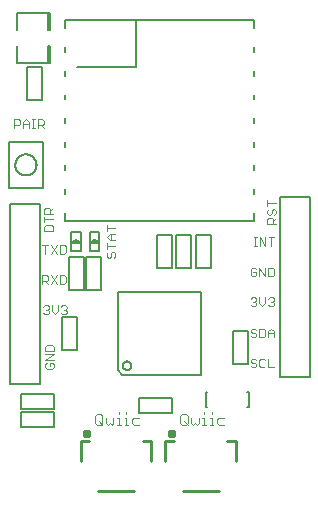
<source format=gbr>
G04 EAGLE Gerber RS-274X export*
G75*
%MOMM*%
%FSLAX34Y34*%
%LPD*%
%INSilkscreen Top*%
%IPPOS*%
%AMOC8*
5,1,8,0,0,1.08239X$1,22.5*%
G01*
%ADD10C,0.076200*%
%ADD11C,0.101600*%
%ADD12C,0.127000*%
%ADD13C,0.200000*%
%ADD14C,0.203200*%
%ADD15C,0.400000*%
%ADD16C,0.254000*%
%ADD17C,0.152400*%


D10*
X33607Y114923D02*
X32379Y113695D01*
X32379Y111237D01*
X33607Y110009D01*
X38522Y110009D01*
X39751Y111237D01*
X39751Y113695D01*
X38522Y114923D01*
X36065Y114923D01*
X36065Y112466D01*
X39751Y117493D02*
X32379Y117493D01*
X39751Y122408D01*
X32379Y122408D01*
X32379Y124977D02*
X39751Y124977D01*
X39751Y128663D01*
X38522Y129892D01*
X33607Y129892D01*
X32379Y128663D01*
X32379Y124977D01*
X30861Y162227D02*
X32090Y163455D01*
X34547Y163455D01*
X35776Y162227D01*
X35776Y160998D01*
X34547Y159769D01*
X33318Y159769D01*
X34547Y159769D02*
X35776Y158540D01*
X35776Y157312D01*
X34547Y156083D01*
X32090Y156083D01*
X30861Y157312D01*
X38345Y158540D02*
X38345Y163455D01*
X38345Y158540D02*
X40803Y156083D01*
X43260Y158540D01*
X43260Y163455D01*
X45829Y162227D02*
X47058Y163455D01*
X49515Y163455D01*
X50744Y162227D01*
X50744Y160998D01*
X49515Y159769D01*
X48287Y159769D01*
X49515Y159769D02*
X50744Y158540D01*
X50744Y157312D01*
X49515Y156083D01*
X47058Y156083D01*
X45829Y157312D01*
X29845Y181737D02*
X29845Y189109D01*
X33531Y189109D01*
X34760Y187881D01*
X34760Y185423D01*
X33531Y184194D01*
X29845Y184194D01*
X32302Y184194D02*
X34760Y181737D01*
X42244Y181737D02*
X37329Y189109D01*
X42244Y189109D02*
X37329Y181737D01*
X44813Y181737D02*
X44813Y189109D01*
X44813Y181737D02*
X48499Y181737D01*
X49728Y182966D01*
X49728Y187881D01*
X48499Y189109D01*
X44813Y189109D01*
X38989Y226341D02*
X31617Y226341D01*
X38989Y226341D02*
X38989Y230027D01*
X37760Y231255D01*
X32845Y231255D01*
X31617Y230027D01*
X31617Y226341D01*
X31617Y236282D02*
X38989Y236282D01*
X31617Y233825D02*
X31617Y238740D01*
X31617Y241309D02*
X38989Y241309D01*
X31617Y241309D02*
X31617Y244995D01*
X32845Y246224D01*
X35303Y246224D01*
X36532Y244995D01*
X36532Y241309D01*
X36532Y243766D02*
X38989Y246224D01*
X209023Y214249D02*
X211481Y214249D01*
X210252Y214249D02*
X210252Y221621D01*
X209023Y221621D02*
X211481Y221621D01*
X214013Y221621D02*
X214013Y214249D01*
X218928Y214249D02*
X214013Y221621D01*
X218928Y221621D02*
X218928Y214249D01*
X223954Y214249D02*
X223954Y221621D01*
X221497Y221621D02*
X226412Y221621D01*
D11*
X74676Y70111D02*
X74676Y64009D01*
X74676Y70111D02*
X76201Y71636D01*
X79252Y71636D01*
X80777Y70111D01*
X80777Y64009D01*
X79252Y62484D01*
X76201Y62484D01*
X74676Y64009D01*
X77727Y65535D02*
X80777Y62484D01*
X84031Y64009D02*
X84031Y68585D01*
X84031Y64009D02*
X85556Y62484D01*
X87082Y64009D01*
X88607Y62484D01*
X90132Y64009D01*
X90132Y68585D01*
X93386Y68585D02*
X94912Y68585D01*
X94912Y62484D01*
X96437Y62484D02*
X93386Y62484D01*
X94912Y71636D02*
X94912Y73161D01*
X99623Y68585D02*
X101148Y68585D01*
X101148Y62484D01*
X99623Y62484D02*
X102674Y62484D01*
X101148Y71636D02*
X101148Y73161D01*
X107385Y68585D02*
X111961Y68585D01*
X107385Y68585D02*
X105860Y67060D01*
X105860Y64009D01*
X107385Y62484D01*
X111961Y62484D01*
X146812Y64009D02*
X146812Y70111D01*
X148337Y71636D01*
X151388Y71636D01*
X152913Y70111D01*
X152913Y64009D01*
X151388Y62484D01*
X148337Y62484D01*
X146812Y64009D01*
X149863Y65535D02*
X152913Y62484D01*
X156167Y64009D02*
X156167Y68585D01*
X156167Y64009D02*
X157692Y62484D01*
X159218Y64009D01*
X160743Y62484D01*
X162268Y64009D01*
X162268Y68585D01*
X165522Y68585D02*
X167048Y68585D01*
X167048Y62484D01*
X168573Y62484D02*
X165522Y62484D01*
X167048Y71636D02*
X167048Y73161D01*
X171759Y68585D02*
X173284Y68585D01*
X173284Y62484D01*
X171759Y62484D02*
X174810Y62484D01*
X173284Y71636D02*
X173284Y73161D01*
X179521Y68585D02*
X184097Y68585D01*
X179521Y68585D02*
X177996Y67060D01*
X177996Y64009D01*
X179521Y62484D01*
X184097Y62484D01*
D10*
X6223Y313563D02*
X6223Y320935D01*
X9909Y320935D01*
X11138Y319707D01*
X11138Y317249D01*
X9909Y316020D01*
X6223Y316020D01*
X13707Y313563D02*
X13707Y318478D01*
X16165Y320935D01*
X18622Y318478D01*
X18622Y313563D01*
X18622Y317249D02*
X13707Y317249D01*
X21191Y313563D02*
X23649Y313563D01*
X22420Y313563D02*
X22420Y320935D01*
X21191Y320935D02*
X23649Y320935D01*
X26181Y320935D02*
X26181Y313563D01*
X26181Y320935D02*
X29867Y320935D01*
X31096Y319707D01*
X31096Y317249D01*
X29867Y316020D01*
X26181Y316020D01*
X28638Y316020D02*
X31096Y313563D01*
X32556Y214763D02*
X32556Y207391D01*
X30099Y214763D02*
X35014Y214763D01*
X37583Y214763D02*
X42498Y207391D01*
X37583Y207391D02*
X42498Y214763D01*
X45067Y214763D02*
X45067Y207391D01*
X48753Y207391D01*
X49982Y208620D01*
X49982Y213535D01*
X48753Y214763D01*
X45067Y214763D01*
X209961Y195459D02*
X211189Y194231D01*
X209961Y195459D02*
X207503Y195459D01*
X206275Y194231D01*
X206275Y189316D01*
X207503Y188087D01*
X209961Y188087D01*
X211189Y189316D01*
X211189Y191773D01*
X208732Y191773D01*
X213759Y188087D02*
X213759Y195459D01*
X218674Y188087D01*
X218674Y195459D01*
X221243Y195459D02*
X221243Y188087D01*
X224929Y188087D01*
X226158Y189316D01*
X226158Y194231D01*
X224929Y195459D01*
X221243Y195459D01*
X207503Y170313D02*
X206275Y169085D01*
X207503Y170313D02*
X209961Y170313D01*
X211189Y169085D01*
X211189Y167856D01*
X209961Y166627D01*
X208732Y166627D01*
X209961Y166627D02*
X211189Y165398D01*
X211189Y164170D01*
X209961Y162941D01*
X207503Y162941D01*
X206275Y164170D01*
X213759Y165398D02*
X213759Y170313D01*
X213759Y165398D02*
X216216Y162941D01*
X218674Y165398D01*
X218674Y170313D01*
X221243Y169085D02*
X222472Y170313D01*
X224929Y170313D01*
X226158Y169085D01*
X226158Y167856D01*
X224929Y166627D01*
X223700Y166627D01*
X224929Y166627D02*
X226158Y165398D01*
X226158Y164170D01*
X224929Y162941D01*
X222472Y162941D01*
X221243Y164170D01*
X209961Y143897D02*
X211189Y142669D01*
X209961Y143897D02*
X207503Y143897D01*
X206275Y142669D01*
X206275Y141440D01*
X207503Y140211D01*
X209961Y140211D01*
X211189Y138982D01*
X211189Y137754D01*
X209961Y136525D01*
X207503Y136525D01*
X206275Y137754D01*
X213759Y136525D02*
X213759Y143897D01*
X213759Y136525D02*
X217445Y136525D01*
X218674Y137754D01*
X218674Y142669D01*
X217445Y143897D01*
X213759Y143897D01*
X221243Y141440D02*
X221243Y136525D01*
X221243Y141440D02*
X223700Y143897D01*
X226158Y141440D01*
X226158Y136525D01*
X226158Y140211D02*
X221243Y140211D01*
X209961Y118497D02*
X211189Y117269D01*
X209961Y118497D02*
X207503Y118497D01*
X206275Y117269D01*
X206275Y116040D01*
X207503Y114811D01*
X209961Y114811D01*
X211189Y113582D01*
X211189Y112354D01*
X209961Y111125D01*
X207503Y111125D01*
X206275Y112354D01*
X217445Y118497D02*
X218674Y117269D01*
X217445Y118497D02*
X214987Y118497D01*
X213759Y117269D01*
X213759Y112354D01*
X214987Y111125D01*
X217445Y111125D01*
X218674Y112354D01*
X221243Y111125D02*
X221243Y118497D01*
X221243Y111125D02*
X226158Y111125D01*
X227711Y232691D02*
X220339Y232691D01*
X220339Y236377D01*
X221567Y237605D01*
X224025Y237605D01*
X225254Y236377D01*
X225254Y232691D01*
X225254Y235148D02*
X227711Y237605D01*
X220339Y243861D02*
X221567Y245090D01*
X220339Y243861D02*
X220339Y241403D01*
X221567Y240175D01*
X222796Y240175D01*
X224025Y241403D01*
X224025Y243861D01*
X225254Y245090D01*
X226482Y245090D01*
X227711Y243861D01*
X227711Y241403D01*
X226482Y240175D01*
X227711Y250116D02*
X220339Y250116D01*
X220339Y247659D02*
X220339Y252574D01*
X85677Y208750D02*
X84449Y207521D01*
X84449Y205064D01*
X85677Y203835D01*
X86906Y203835D01*
X88135Y205064D01*
X88135Y207521D01*
X89364Y208750D01*
X90592Y208750D01*
X91821Y207521D01*
X91821Y205064D01*
X90592Y203835D01*
X91821Y213777D02*
X84449Y213777D01*
X84449Y216234D02*
X84449Y211319D01*
X86906Y218803D02*
X91821Y218803D01*
X86906Y218803D02*
X84449Y221261D01*
X86906Y223718D01*
X91821Y223718D01*
X88135Y223718D02*
X88135Y218803D01*
X91821Y228745D02*
X84449Y228745D01*
X84449Y231202D02*
X84449Y226287D01*
D12*
X29522Y337054D02*
X29522Y364994D01*
X29522Y337054D02*
X16822Y337054D01*
X16822Y364994D01*
X29522Y364994D01*
D13*
X49300Y405000D02*
X209300Y405000D01*
X209300Y235000D02*
X49300Y235000D01*
X49300Y398000D02*
X49300Y405000D01*
X209300Y405000D02*
X209300Y398000D01*
X49300Y242000D02*
X49300Y235000D01*
X209300Y235000D02*
X209300Y242000D01*
X49300Y378000D02*
X49300Y382000D01*
X209300Y382000D02*
X209300Y378000D01*
X209300Y362000D02*
X209300Y358000D01*
X209300Y342000D02*
X209300Y338000D01*
X209300Y322000D02*
X209300Y318000D01*
X209300Y302000D02*
X209300Y298000D01*
X209300Y282000D02*
X209300Y278000D01*
X209300Y262000D02*
X209300Y258000D01*
X49300Y358000D02*
X49300Y362000D01*
X49300Y342000D02*
X49300Y338000D01*
X49300Y322000D02*
X49300Y318000D01*
X49300Y302000D02*
X49300Y298000D01*
X49300Y282000D02*
X49300Y278000D01*
X49300Y262000D02*
X49300Y258000D01*
X109300Y365000D02*
X109300Y405000D01*
X109300Y365000D02*
X59300Y365000D01*
D14*
X34882Y397084D02*
X34882Y411084D01*
X8882Y411084D01*
X8882Y369084D02*
X34882Y369084D01*
X34882Y383084D01*
X8882Y397084D02*
X8882Y411084D01*
X8882Y383084D02*
X8882Y369084D01*
X35882Y397084D02*
X35882Y410084D01*
X35882Y383084D02*
X35882Y370084D01*
X36882Y397084D02*
X36882Y411084D01*
X36882Y383084D02*
X36882Y369084D01*
X36882Y411084D02*
X34882Y411084D01*
X34882Y397084D02*
X36882Y397084D01*
X36882Y383084D02*
X34882Y383084D01*
X34882Y369084D02*
X36882Y369084D01*
D12*
X39566Y75960D02*
X11626Y75960D01*
X11626Y88660D01*
X39566Y88660D01*
X39566Y75960D01*
X39610Y60622D02*
X11670Y60622D01*
X11670Y73322D01*
X39610Y73322D01*
X39610Y60622D01*
D15*
X137786Y55000D02*
X137788Y55075D01*
X137794Y55149D01*
X137804Y55223D01*
X137817Y55296D01*
X137835Y55369D01*
X137856Y55440D01*
X137881Y55511D01*
X137910Y55580D01*
X137943Y55647D01*
X137979Y55712D01*
X138018Y55776D01*
X138060Y55837D01*
X138106Y55896D01*
X138155Y55953D01*
X138207Y56006D01*
X138261Y56057D01*
X138318Y56106D01*
X138378Y56150D01*
X138440Y56192D01*
X138504Y56231D01*
X138570Y56266D01*
X138637Y56297D01*
X138707Y56325D01*
X138777Y56349D01*
X138849Y56370D01*
X138922Y56386D01*
X138995Y56399D01*
X139070Y56408D01*
X139144Y56413D01*
X139219Y56414D01*
X139293Y56411D01*
X139368Y56404D01*
X139441Y56393D01*
X139515Y56379D01*
X139587Y56360D01*
X139658Y56338D01*
X139728Y56312D01*
X139797Y56282D01*
X139863Y56249D01*
X139928Y56212D01*
X139991Y56172D01*
X140052Y56128D01*
X140110Y56082D01*
X140166Y56032D01*
X140219Y55980D01*
X140270Y55925D01*
X140317Y55867D01*
X140361Y55807D01*
X140402Y55744D01*
X140440Y55680D01*
X140474Y55614D01*
X140505Y55545D01*
X140532Y55476D01*
X140555Y55405D01*
X140574Y55333D01*
X140590Y55260D01*
X140602Y55186D01*
X140610Y55112D01*
X140614Y55037D01*
X140614Y54963D01*
X140610Y54888D01*
X140602Y54814D01*
X140590Y54740D01*
X140574Y54667D01*
X140555Y54595D01*
X140532Y54524D01*
X140505Y54455D01*
X140474Y54386D01*
X140440Y54320D01*
X140402Y54256D01*
X140361Y54193D01*
X140317Y54133D01*
X140270Y54075D01*
X140219Y54020D01*
X140166Y53968D01*
X140110Y53918D01*
X140052Y53872D01*
X139991Y53828D01*
X139928Y53788D01*
X139863Y53751D01*
X139797Y53718D01*
X139728Y53688D01*
X139658Y53662D01*
X139587Y53640D01*
X139515Y53621D01*
X139441Y53607D01*
X139368Y53596D01*
X139293Y53589D01*
X139219Y53586D01*
X139144Y53587D01*
X139070Y53592D01*
X138995Y53601D01*
X138922Y53614D01*
X138849Y53630D01*
X138777Y53651D01*
X138707Y53675D01*
X138637Y53703D01*
X138570Y53734D01*
X138504Y53769D01*
X138440Y53808D01*
X138378Y53850D01*
X138318Y53894D01*
X138261Y53943D01*
X138207Y53994D01*
X138155Y54047D01*
X138106Y54104D01*
X138060Y54163D01*
X138018Y54224D01*
X137979Y54288D01*
X137943Y54353D01*
X137910Y54420D01*
X137881Y54489D01*
X137856Y54560D01*
X137835Y54631D01*
X137817Y54704D01*
X137804Y54777D01*
X137794Y54851D01*
X137788Y54925D01*
X137786Y55000D01*
D16*
X149200Y6000D02*
X179200Y6000D01*
X134200Y32000D02*
X134200Y48500D01*
X186700Y48500D02*
X194200Y48500D01*
X194200Y32000D01*
X141700Y48500D02*
X134200Y48500D01*
D15*
X65926Y55000D02*
X65928Y55075D01*
X65934Y55149D01*
X65944Y55223D01*
X65957Y55296D01*
X65975Y55369D01*
X65996Y55440D01*
X66021Y55511D01*
X66050Y55580D01*
X66083Y55647D01*
X66119Y55712D01*
X66158Y55776D01*
X66200Y55837D01*
X66246Y55896D01*
X66295Y55953D01*
X66347Y56006D01*
X66401Y56057D01*
X66458Y56106D01*
X66518Y56150D01*
X66580Y56192D01*
X66644Y56231D01*
X66710Y56266D01*
X66777Y56297D01*
X66847Y56325D01*
X66917Y56349D01*
X66989Y56370D01*
X67062Y56386D01*
X67135Y56399D01*
X67210Y56408D01*
X67284Y56413D01*
X67359Y56414D01*
X67433Y56411D01*
X67508Y56404D01*
X67581Y56393D01*
X67655Y56379D01*
X67727Y56360D01*
X67798Y56338D01*
X67868Y56312D01*
X67937Y56282D01*
X68003Y56249D01*
X68068Y56212D01*
X68131Y56172D01*
X68192Y56128D01*
X68250Y56082D01*
X68306Y56032D01*
X68359Y55980D01*
X68410Y55925D01*
X68457Y55867D01*
X68501Y55807D01*
X68542Y55744D01*
X68580Y55680D01*
X68614Y55614D01*
X68645Y55545D01*
X68672Y55476D01*
X68695Y55405D01*
X68714Y55333D01*
X68730Y55260D01*
X68742Y55186D01*
X68750Y55112D01*
X68754Y55037D01*
X68754Y54963D01*
X68750Y54888D01*
X68742Y54814D01*
X68730Y54740D01*
X68714Y54667D01*
X68695Y54595D01*
X68672Y54524D01*
X68645Y54455D01*
X68614Y54386D01*
X68580Y54320D01*
X68542Y54256D01*
X68501Y54193D01*
X68457Y54133D01*
X68410Y54075D01*
X68359Y54020D01*
X68306Y53968D01*
X68250Y53918D01*
X68192Y53872D01*
X68131Y53828D01*
X68068Y53788D01*
X68003Y53751D01*
X67937Y53718D01*
X67868Y53688D01*
X67798Y53662D01*
X67727Y53640D01*
X67655Y53621D01*
X67581Y53607D01*
X67508Y53596D01*
X67433Y53589D01*
X67359Y53586D01*
X67284Y53587D01*
X67210Y53592D01*
X67135Y53601D01*
X67062Y53614D01*
X66989Y53630D01*
X66917Y53651D01*
X66847Y53675D01*
X66777Y53703D01*
X66710Y53734D01*
X66644Y53769D01*
X66580Y53808D01*
X66518Y53850D01*
X66458Y53894D01*
X66401Y53943D01*
X66347Y53994D01*
X66295Y54047D01*
X66246Y54104D01*
X66200Y54163D01*
X66158Y54224D01*
X66119Y54288D01*
X66083Y54353D01*
X66050Y54420D01*
X66021Y54489D01*
X65996Y54560D01*
X65975Y54631D01*
X65957Y54704D01*
X65944Y54777D01*
X65934Y54851D01*
X65928Y54925D01*
X65926Y55000D01*
D16*
X77340Y6000D02*
X107340Y6000D01*
X62340Y32000D02*
X62340Y48500D01*
X114840Y48500D02*
X122340Y48500D01*
X122340Y32000D01*
X69840Y48500D02*
X62340Y48500D01*
D13*
X1570Y263032D02*
X1570Y302032D01*
X30570Y302032D01*
X30570Y263032D01*
X1570Y263032D01*
X7070Y282532D02*
X7073Y282753D01*
X7081Y282974D01*
X7094Y283194D01*
X7113Y283414D01*
X7138Y283634D01*
X7167Y283853D01*
X7203Y284071D01*
X7243Y284288D01*
X7289Y284504D01*
X7340Y284719D01*
X7396Y284932D01*
X7458Y285145D01*
X7524Y285355D01*
X7596Y285564D01*
X7673Y285771D01*
X7755Y285976D01*
X7842Y286179D01*
X7934Y286380D01*
X8031Y286579D01*
X8133Y286775D01*
X8239Y286968D01*
X8350Y287159D01*
X8466Y287347D01*
X8587Y287532D01*
X8712Y287714D01*
X8841Y287893D01*
X8975Y288069D01*
X9113Y288242D01*
X9255Y288411D01*
X9401Y288576D01*
X9552Y288738D01*
X9706Y288896D01*
X9864Y289050D01*
X10026Y289201D01*
X10191Y289347D01*
X10360Y289489D01*
X10533Y289627D01*
X10709Y289761D01*
X10888Y289890D01*
X11070Y290015D01*
X11255Y290136D01*
X11443Y290252D01*
X11634Y290363D01*
X11827Y290469D01*
X12023Y290571D01*
X12222Y290668D01*
X12423Y290760D01*
X12626Y290847D01*
X12831Y290929D01*
X13038Y291006D01*
X13247Y291078D01*
X13457Y291144D01*
X13670Y291206D01*
X13883Y291262D01*
X14098Y291313D01*
X14314Y291359D01*
X14531Y291399D01*
X14749Y291435D01*
X14968Y291464D01*
X15188Y291489D01*
X15408Y291508D01*
X15628Y291521D01*
X15849Y291529D01*
X16070Y291532D01*
X16291Y291529D01*
X16512Y291521D01*
X16732Y291508D01*
X16952Y291489D01*
X17172Y291464D01*
X17391Y291435D01*
X17609Y291399D01*
X17826Y291359D01*
X18042Y291313D01*
X18257Y291262D01*
X18470Y291206D01*
X18683Y291144D01*
X18893Y291078D01*
X19102Y291006D01*
X19309Y290929D01*
X19514Y290847D01*
X19717Y290760D01*
X19918Y290668D01*
X20117Y290571D01*
X20313Y290469D01*
X20506Y290363D01*
X20697Y290252D01*
X20885Y290136D01*
X21070Y290015D01*
X21252Y289890D01*
X21431Y289761D01*
X21607Y289627D01*
X21780Y289489D01*
X21949Y289347D01*
X22114Y289201D01*
X22276Y289050D01*
X22434Y288896D01*
X22588Y288738D01*
X22739Y288576D01*
X22885Y288411D01*
X23027Y288242D01*
X23165Y288069D01*
X23299Y287893D01*
X23428Y287714D01*
X23553Y287532D01*
X23674Y287347D01*
X23790Y287159D01*
X23901Y286968D01*
X24007Y286775D01*
X24109Y286579D01*
X24206Y286380D01*
X24298Y286179D01*
X24385Y285976D01*
X24467Y285771D01*
X24544Y285564D01*
X24616Y285355D01*
X24682Y285145D01*
X24744Y284932D01*
X24800Y284719D01*
X24851Y284504D01*
X24897Y284288D01*
X24937Y284071D01*
X24973Y283853D01*
X25002Y283634D01*
X25027Y283414D01*
X25046Y283194D01*
X25059Y282974D01*
X25067Y282753D01*
X25070Y282532D01*
X25067Y282311D01*
X25059Y282090D01*
X25046Y281870D01*
X25027Y281650D01*
X25002Y281430D01*
X24973Y281211D01*
X24937Y280993D01*
X24897Y280776D01*
X24851Y280560D01*
X24800Y280345D01*
X24744Y280132D01*
X24682Y279919D01*
X24616Y279709D01*
X24544Y279500D01*
X24467Y279293D01*
X24385Y279088D01*
X24298Y278885D01*
X24206Y278684D01*
X24109Y278485D01*
X24007Y278289D01*
X23901Y278096D01*
X23790Y277905D01*
X23674Y277717D01*
X23553Y277532D01*
X23428Y277350D01*
X23299Y277171D01*
X23165Y276995D01*
X23027Y276822D01*
X22885Y276653D01*
X22739Y276488D01*
X22588Y276326D01*
X22434Y276168D01*
X22276Y276014D01*
X22114Y275863D01*
X21949Y275717D01*
X21780Y275575D01*
X21607Y275437D01*
X21431Y275303D01*
X21252Y275174D01*
X21070Y275049D01*
X20885Y274928D01*
X20697Y274812D01*
X20506Y274701D01*
X20313Y274595D01*
X20117Y274493D01*
X19918Y274396D01*
X19717Y274304D01*
X19514Y274217D01*
X19309Y274135D01*
X19102Y274058D01*
X18893Y273986D01*
X18683Y273920D01*
X18470Y273858D01*
X18257Y273802D01*
X18042Y273751D01*
X17826Y273705D01*
X17609Y273665D01*
X17391Y273629D01*
X17172Y273600D01*
X16952Y273575D01*
X16732Y273556D01*
X16512Y273543D01*
X16291Y273535D01*
X16070Y273532D01*
X15849Y273535D01*
X15628Y273543D01*
X15408Y273556D01*
X15188Y273575D01*
X14968Y273600D01*
X14749Y273629D01*
X14531Y273665D01*
X14314Y273705D01*
X14098Y273751D01*
X13883Y273802D01*
X13670Y273858D01*
X13457Y273920D01*
X13247Y273986D01*
X13038Y274058D01*
X12831Y274135D01*
X12626Y274217D01*
X12423Y274304D01*
X12222Y274396D01*
X12023Y274493D01*
X11827Y274595D01*
X11634Y274701D01*
X11443Y274812D01*
X11255Y274928D01*
X11070Y275049D01*
X10888Y275174D01*
X10709Y275303D01*
X10533Y275437D01*
X10360Y275575D01*
X10191Y275717D01*
X10026Y275863D01*
X9864Y276014D01*
X9706Y276168D01*
X9552Y276326D01*
X9401Y276488D01*
X9255Y276653D01*
X9113Y276822D01*
X8975Y276995D01*
X8841Y277171D01*
X8712Y277350D01*
X8587Y277532D01*
X8466Y277717D01*
X8350Y277905D01*
X8239Y278096D01*
X8133Y278289D01*
X8031Y278485D01*
X7934Y278684D01*
X7842Y278885D01*
X7755Y279088D01*
X7673Y279293D01*
X7596Y279500D01*
X7524Y279709D01*
X7458Y279919D01*
X7396Y280132D01*
X7340Y280345D01*
X7289Y280560D01*
X7243Y280776D01*
X7203Y280993D01*
X7167Y281211D01*
X7138Y281430D01*
X7113Y281650D01*
X7094Y281870D01*
X7081Y282090D01*
X7073Y282311D01*
X7070Y282532D01*
D17*
X94250Y175050D02*
X164350Y175050D01*
X164350Y104950D01*
X97800Y104950D01*
X94250Y108500D02*
X94250Y175050D01*
X94250Y108500D02*
X97800Y104950D01*
X98276Y112568D02*
X98278Y112687D01*
X98284Y112807D01*
X98294Y112926D01*
X98308Y113044D01*
X98326Y113162D01*
X98347Y113280D01*
X98373Y113396D01*
X98402Y113512D01*
X98436Y113627D01*
X98473Y113740D01*
X98514Y113852D01*
X98558Y113963D01*
X98606Y114073D01*
X98658Y114180D01*
X98713Y114286D01*
X98772Y114390D01*
X98835Y114492D01*
X98900Y114591D01*
X98969Y114689D01*
X99041Y114784D01*
X99116Y114877D01*
X99195Y114967D01*
X99276Y115055D01*
X99360Y115139D01*
X99447Y115221D01*
X99536Y115300D01*
X99628Y115376D01*
X99723Y115449D01*
X99820Y115519D01*
X99919Y115585D01*
X100021Y115648D01*
X100124Y115708D01*
X100229Y115764D01*
X100336Y115817D01*
X100445Y115866D01*
X100556Y115912D01*
X100668Y115953D01*
X100781Y115991D01*
X100895Y116026D01*
X101011Y116056D01*
X101127Y116083D01*
X101244Y116105D01*
X101362Y116124D01*
X101481Y116139D01*
X101600Y116150D01*
X101719Y116157D01*
X101838Y116160D01*
X101958Y116159D01*
X102077Y116154D01*
X102196Y116145D01*
X102315Y116132D01*
X102433Y116115D01*
X102550Y116095D01*
X102667Y116070D01*
X102783Y116041D01*
X102898Y116009D01*
X103012Y115973D01*
X103125Y115933D01*
X103236Y115889D01*
X103345Y115842D01*
X103453Y115791D01*
X103560Y115737D01*
X103664Y115679D01*
X103766Y115617D01*
X103867Y115553D01*
X103965Y115484D01*
X104061Y115413D01*
X104154Y115339D01*
X104245Y115261D01*
X104333Y115181D01*
X104418Y115097D01*
X104501Y115011D01*
X104581Y114922D01*
X104658Y114831D01*
X104731Y114737D01*
X104802Y114640D01*
X104869Y114542D01*
X104933Y114441D01*
X104994Y114338D01*
X105051Y114233D01*
X105104Y114127D01*
X105154Y114018D01*
X105201Y113908D01*
X105243Y113797D01*
X105282Y113684D01*
X105318Y113570D01*
X105349Y113454D01*
X105376Y113338D01*
X105400Y113221D01*
X105420Y113103D01*
X105436Y112985D01*
X105448Y112866D01*
X105456Y112747D01*
X105460Y112628D01*
X105460Y112508D01*
X105456Y112389D01*
X105448Y112270D01*
X105436Y112151D01*
X105420Y112033D01*
X105400Y111915D01*
X105376Y111798D01*
X105349Y111682D01*
X105318Y111566D01*
X105282Y111452D01*
X105243Y111339D01*
X105201Y111228D01*
X105154Y111118D01*
X105104Y111009D01*
X105051Y110903D01*
X104994Y110798D01*
X104933Y110695D01*
X104869Y110594D01*
X104802Y110496D01*
X104731Y110399D01*
X104658Y110305D01*
X104581Y110214D01*
X104501Y110125D01*
X104418Y110039D01*
X104333Y109955D01*
X104245Y109875D01*
X104154Y109797D01*
X104061Y109723D01*
X103965Y109652D01*
X103867Y109583D01*
X103766Y109519D01*
X103664Y109457D01*
X103560Y109399D01*
X103453Y109345D01*
X103345Y109294D01*
X103236Y109247D01*
X103125Y109203D01*
X103012Y109163D01*
X102898Y109127D01*
X102783Y109095D01*
X102667Y109066D01*
X102550Y109041D01*
X102433Y109021D01*
X102315Y109004D01*
X102196Y108991D01*
X102077Y108982D01*
X101958Y108977D01*
X101838Y108976D01*
X101719Y108979D01*
X101600Y108986D01*
X101481Y108997D01*
X101362Y109012D01*
X101244Y109031D01*
X101127Y109053D01*
X101011Y109080D01*
X100895Y109110D01*
X100781Y109145D01*
X100668Y109183D01*
X100556Y109224D01*
X100445Y109270D01*
X100336Y109319D01*
X100229Y109372D01*
X100124Y109428D01*
X100021Y109488D01*
X99919Y109551D01*
X99820Y109617D01*
X99723Y109687D01*
X99628Y109760D01*
X99536Y109836D01*
X99447Y109915D01*
X99360Y109997D01*
X99276Y110081D01*
X99195Y110169D01*
X99116Y110259D01*
X99041Y110352D01*
X98969Y110447D01*
X98900Y110545D01*
X98835Y110644D01*
X98772Y110746D01*
X98713Y110850D01*
X98658Y110956D01*
X98606Y111063D01*
X98558Y111173D01*
X98514Y111284D01*
X98473Y111396D01*
X98436Y111509D01*
X98402Y111624D01*
X98373Y111740D01*
X98347Y111856D01*
X98326Y111974D01*
X98308Y112092D01*
X98294Y112210D01*
X98284Y112329D01*
X98278Y112449D01*
X98276Y112568D01*
D12*
X159766Y195326D02*
X159766Y223266D01*
X172466Y223266D01*
X172466Y195326D01*
X159766Y195326D01*
X139700Y195326D02*
X139700Y223266D01*
X139700Y195326D02*
X127000Y195326D01*
X127000Y223266D01*
X139700Y223266D01*
X139700Y85344D02*
X111760Y85344D01*
X139700Y85344D02*
X139700Y72644D01*
X111760Y72644D01*
X111760Y85344D01*
X155702Y195326D02*
X155702Y223266D01*
X155702Y195326D02*
X143002Y195326D01*
X143002Y223266D01*
X155702Y223266D01*
X70168Y225678D02*
X70168Y209678D01*
X70168Y225678D02*
X78168Y225678D01*
X78168Y209678D01*
X70168Y209678D01*
X70358Y216408D02*
X77978Y216408D01*
X76073Y217678D01*
X74168Y218948D01*
X72263Y217678D01*
X70358Y216408D01*
X71628Y217043D02*
X76708Y217043D01*
X76073Y217678D02*
X72263Y217678D01*
X54420Y209678D02*
X54420Y225678D01*
X62420Y225678D01*
X62420Y209678D01*
X54420Y209678D01*
X54610Y216408D02*
X62230Y216408D01*
X60325Y217678D01*
X58420Y218948D01*
X56515Y217678D01*
X54610Y216408D01*
X55880Y217043D02*
X60960Y217043D01*
X60325Y217678D02*
X56515Y217678D01*
X80010Y204470D02*
X80010Y176530D01*
X67310Y176530D01*
X67310Y204470D01*
X80010Y204470D01*
X65024Y204216D02*
X65024Y176276D01*
X52324Y176276D01*
X52324Y204216D01*
X65024Y204216D01*
X27700Y249174D02*
X2300Y249174D01*
X27700Y249174D02*
X27700Y96774D01*
X2300Y96774D01*
X2300Y249174D01*
D14*
X168182Y77320D02*
X169182Y77320D01*
X168182Y77320D02*
X168182Y90320D01*
X169182Y90320D01*
X203182Y90320D02*
X204682Y90320D01*
X204682Y77320D01*
X203182Y77320D01*
D12*
X203708Y114300D02*
X203708Y142240D01*
X203708Y114300D02*
X191008Y114300D01*
X191008Y142240D01*
X203708Y142240D01*
X46990Y153416D02*
X46990Y125476D01*
X46990Y153416D02*
X59690Y153416D01*
X59690Y125476D01*
X46990Y125476D01*
X230900Y102870D02*
X256300Y102870D01*
X230900Y102870D02*
X230900Y255270D01*
X256300Y255270D01*
X256300Y102870D01*
M02*

</source>
